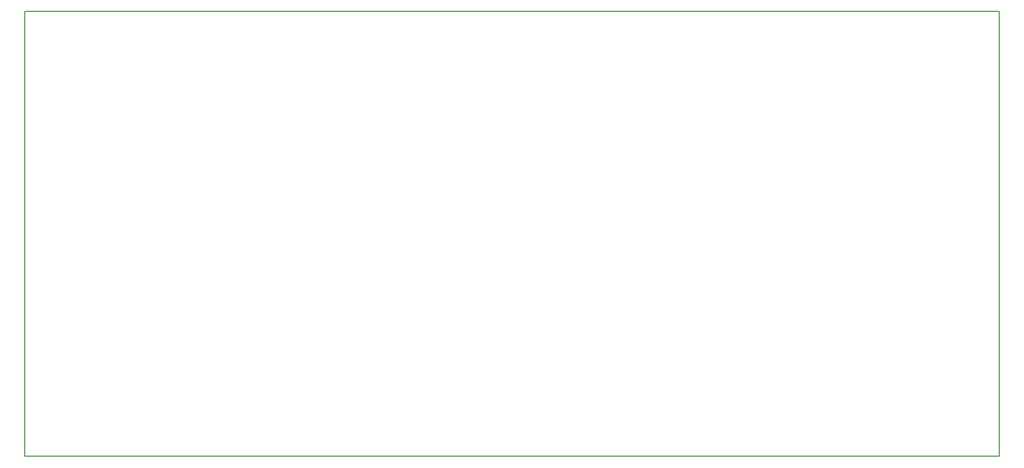
<source format=gm1>
G04 #@! TF.GenerationSoftware,KiCad,Pcbnew,5.0.2-bee76a0~70~ubuntu18.04.1*
G04 #@! TF.CreationDate,2019-04-25T16:13:16+02:00*
G04 #@! TF.ProjectId,mainPCB,6d61696e-5043-4422-9e6b-696361645f70,rev?*
G04 #@! TF.SameCoordinates,Original*
G04 #@! TF.FileFunction,Profile,NP*
%FSLAX46Y46*%
G04 Gerber Fmt 4.6, Leading zero omitted, Abs format (unit mm)*
G04 Created by KiCad (PCBNEW 5.0.2-bee76a0~70~ubuntu18.04.1) date Do 25 Apr 2019 16:13:16 CEST*
%MOMM*%
%LPD*%
G01*
G04 APERTURE LIST*
%ADD10C,0.150000*%
G04 APERTURE END LIST*
D10*
X17462500Y-37465000D02*
X17462500Y-110617000D01*
X177482500Y-37465000D02*
X17462500Y-37465000D01*
X177482500Y-110617000D02*
X177482500Y-37465000D01*
X17462500Y-110617000D02*
X177482500Y-110617000D01*
M02*

</source>
